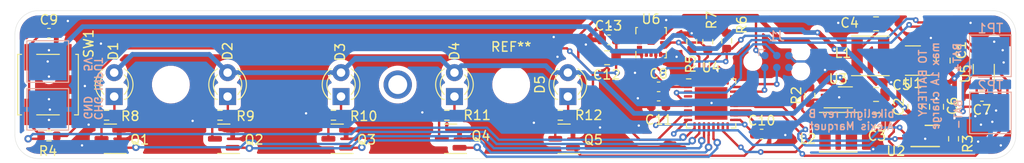
<source format=kicad_pcb>
(kicad_pcb (version 20211014) (generator pcbnew)
  (layers (0 "F.Cu" signal) (31 "B.Cu" signal) (34 "B.Paste" user) (35 "F.Paste" user) (36 "B.SilkS" user "B.Silkscreen") (37 "F.SilkS" user "F.Silkscreen") (38 "B.Mask" user) (39 "F.Mask" user) (44 "Edge.Cuts" user))
  (net 0 "")
  (net 1 "/VBAT")
  (net 2 "GND")
  (net 3 "/PM_CHG_5V_INPUT")
  (net 4 "+1V8")
  (net 5 "+5V")
  (net 7 "/TUBE_BTN")
  (net 8 "Net-(D1-Pad1)")
  (net 9 "Net-(D2-Pad1)")
  (net 10 "Net-(D3-Pad1)")
  (net 11 "Net-(D4-Pad1)")
  (net 12 "Net-(D5-Pad1)")
  (net 13 "/SWDIO")
  (net 14 "/nRST")
  (net 15 "/SWCLK")
  (net 17 "Net-(L1-Pad1)")
  (net 18 "Net-(L2-Pad2)")
  (net 19 "/D_EN0")
  (net 20 "Net-(Q1-Pad3)")
  (net 21 "/D_EN1")
  (net 22 "Net-(Q2-Pad3)")
  (net 23 "/D_EN2")
  (net 24 "Net-(Q3-Pad3)")
  (net 25 "/D_EN3")
  (net 26 "Net-(Q4-Pad3)")
  (net 27 "/D_EN4")
  (net 28 "Net-(Q5-Pad3)")
  (net 29 "/PM5V_EN")
  (net 30 "Net-(R3-Pad2)")
  (net 31 "Net-(R5-Pad2)")
  (net 32 "/I2C1_SCL")
  (net 33 "/I2C1_SDA")
  (net 34 "/PM_CHG_PRESENT")
  (net 35 "/PM_CHG_CHARGING")
  (net 41 "/ACC_INT1")
  (net 42 "/FUEL_INT")
  (footprint "Capacitor_SMD:C_0603_1608Metric" (layer "F.Cu") (at 68.1 8.0875 180)
    (fp_text reference "C8")
    (fp_text value "1uF")
  )
  (footprint "Package_DFN_QFN:DFN-8-1EP_3x2mm_P0.5mm_EP1.75x1.45mm" (layer "F.Cu") (at 96.3 13.3)
    (fp_text reference "U2")
    (fp_text value "MC34673")
  )
  (footprint "Capacitor_SMD:C_0805_2012Metric" (layer "F.Cu") (at 95.2 10.2 90)
    (fp_text reference "C2")
    (fp_text value "10uF")
  )
  (footprint "Capacitor_SMD:C_0603_1608Metric" (layer "F.Cu") (at 102.3 9.1 180)
    (fp_text reference "C7")
    (fp_text value "100nF")
  )
  (footprint "Package_TO_SOT_SMD:SOT-23" (layer "F.Cu") (at 58.1 13.6 180)
    (fp_text reference "Q5")
    (fp_text value "2N7002")
  )
  (footprint "Inductor_SMD:L_Taiyo-Yuden_NR-40xx" (layer "F.Cu") (at 87.1 12.9 180)
    (fp_text reference "L2")
    (fp_text value "4.7uH")
  )
  (footprint "Capacitor_SMD:C_0603_1608Metric" (layer "F.Cu") (at 68.1 10.0875 180)
    (fp_text reference "C11")
    (fp_text value "100nF")
  )
  (footprint "MountingHole:MountingHole_3mm" (layer "F.Cu") (at 52.5 7.85)
    (fp_text reference "REF**")
    (fp_text value "MountingHole_3mm")
  )
  (footprint "Button_Switch_SMD:SW_Push_1P1T_NO_CK_KSC6xxJ" (layer "F.Cu") (at 3.5 7.85 90)
    (fp_text reference "SW1")
    (fp_text value "SW_Push")
  )
  (footprint "Resistor_SMD:R_0603_1608Metric" (layer "F.Cu") (at 33.7 11.1)
    (fp_text reference "R10")
    (fp_text value "75")
  )
  (footprint "Package_TO_SOT_SMD:SOT-23" (layer "F.Cu") (at 46.1 13.6 180)
    (fp_text reference "Q4")
    (fp_text value "2N7002")
  )
  (footprint "Resistor_SMD:R_0603_1608Metric" (layer "F.Cu") (at 71.6 3.2875 -90)
    (fp_text reference "R5")
    (fp_text value "100K")
  )
  (footprint "Package_TO_SOT_SMD:SOT-23" (layer "F.Cu") (at 34.1 13.6 180)
    (fp_text reference "Q3")
    (fp_text value "2N7002")
  )
  (footprint "Capacitor_SMD:C_0603_1608Metric" (layer "F.Cu") (at 3.6 2.4)
    (fp_text reference "C9")
    (fp_text value "100nF")
  )
  (footprint "MountingHole:MountingHole_3mm" (layer "F.Cu") (at 16.5 7.85)
    (fp_text reference "REF**" hide)
    (fp_text value "MountingHole_3mm")
  )
  (footprint "Capacitor_SMD:C_0805_2012Metric" (layer "F.Cu") (at 98.2 5.3 90)
    (fp_text reference "C1")
    (fp_text value "10uF")
  )
  (footprint "Resistor_SMD:R_0603_1608Metric" (layer "F.Cu") (at 75.3 3.2 90)
    (fp_text reference "R6")
    (fp_text value "2K2")
  )
  (footprint "LED_THT:LED_D3.0mm_IRBlack" (layer "F.Cu") (at 34.5 9.12 90)
    (fp_text reference "D3")
    (fp_text value "IR204A")
  )
  (footprint "Capacitor_SMD:C_0805_2012Metric" (layer "F.Cu") (at 91.1 1.4 180)
    (fp_text reference "C4")
    (fp_text value "10uF")
  )
  (footprint "Resistor_SMD:R_0603_1608Metric" (layer "F.Cu") (at 99.3 13.6 90)
    (fp_text reference "R3")
    (fp_text value "3.9K")
  )
  (footprint "Capacitor_SMD:C_0603_1608Metric" (layer "F.Cu") (at 79 13.1)
    (fp_text reference "C10")
    (fp_text value "1uF")
  )
  (footprint "Package_TO_SOT_SMD:SOT-23" (layer "F.Cu") (at 10.1 13.6 180)
    (fp_text reference "Q1")
    (fp_text value "2N7002")
  )
  (footprint "Capacitor_SMD:C_0805_2012Metric" (layer "F.Cu") (at 91.1 8.9)
    (fp_text reference "C5")
    (fp_text value "10uF")
  )
  (footprint "LED_THT:LED_D3.0mm_IRBlack" (layer "F.Cu") (at 46.5 9.12 90)
    (fp_text reference "D4")
    (fp_text value "IR204A")
  )
  (footprint "MountingHole:MountingHole_2.2mm_M2_ISO14580_Pad" (layer "F.Cu") (at 40.5 7.85)
    (fp_text reference "REF**" hide)
    (fp_text value "MountingHole_2.2mm_M2_ISO14580_Pad")
  )
  (footprint "LED_THT:LED_D3.0mm_IRBlack" (layer "F.Cu") (at 58.5 9.12 90)
    (fp_text reference "D5")
    (fp_text value "IR204A")
  )
  (footprint "Resistor_SMD:R_0603_1608Metric" (layer "F.Cu") (at 9.7 11.1)
    (fp_text reference "R8")
    (fp_text value "75")
  )
  (footprint "Resistor_SMD:R_0603_1608Metric" (layer "F.Cu") (at 21.7 11.1)
    (fp_text reference "R9")
    (fp_text value "75")
  )
  (footprint "Package_DFN_QFN:WDFN-8-1EP_2x2mm_P0.5mm_EP0.8x1.2mm" (layer "F.Cu") (at 102.5 6.7 90)
    (fp_text reference "U5")
    (fp_text value "MAX17048G")
  )
  (footprint "Resistor_SMD:R_0603_1608Metric" (layer "F.Cu") (at 3.6 13.3)
    (fp_text reference "R4")
    (fp_text value "100K")
  )
  (footprint "Package_DFN_QFN:QFN-32-1EP_5x5mm_P0.5mm_EP3.45x3.45mm" (layer "F.Cu") (at 73.65 9.85)
    (fp_text reference "U4")
    (fp_text value "STM32L052K6Ux")
  )
  (footprint "Resistor_SMD:R_0603_1608Metric" (layer "F.Cu") (at 84.1 9 90)
    (fp_text reference "R2")
    (fp_text value "100K")
  )
  (footprint "Capacitor_SMD:C_0805_2012Metric" (layer "F.Cu") (at 91.2 11.6)
    (fp_text reference "C3")
    (fp_text value "10uF")
  )
  (footprint "Package_LGA:LGA-16_3x3mm_P0.5mm_LayoutBorder3x5y" (layer "F.Cu") (at 67.3 3.4 90)
    (fp_text reference "U6")
    (fp_text value "LIS3DH")
  )
  (footprint "LED_THT:LED_D3.0mm_IRBlack" (layer "F.Cu") (at 10.5 9.12 90)
    (fp_text reference "D1")
    (fp_text value "IR204A")
  )
  (footprint "Capacitor_SMD:C_0805_2012Metric" (layer "F.Cu") (at 97.5 10.2 90)
    (fp_text reference "C6")
    (fp_text value "2.2uF")
  )
  (footprint "Resistor_SMD:R_0603_1608Metric" (layer "F.Cu") (at 45.7 11.1)
    (fp_text reference "R11")
    (fp_text value "75")
  )
  (footprint "Package_TO_SOT_SMD:TSOT-23-5" (layer "F.Cu") (at 95 5.3 180)
    (fp_text reference "U1")
    (fp_text value "ADP2108AUJ-1.8")
  )
  (footprint "Resistor_SMD:R_0603_1608Metric" (layer "F.Cu") (at 73.3 3.3 90)
    (fp_text reference "R7")
    (fp_text value "2K2")
  )
  (footprint "Package_DFN_QFN:TDFN-8-1EP_3x2mm_P0.5mm_EP1.4x1.4mm" (layer "F.Cu") (at 87.1 9.2)
    (fp_text reference "U3")
    (fp_text value "DIO6605B")
  )
  (footprint "Resistor_SMD:R_0603_1608Metric" (layer "F.Cu") (at 57.7 11.1)
    (fp_text reference "R12")
    (fp_text value "75")
  )
  (footprint "Capacitor_SMD:C_0603_1608Metric" (layer "F.Cu") (at 62.85 3.1 180)
    (fp_text reference "C13")
    (fp_text value "100nF")
  )
  (footprint "Package_TO_SOT_SMD:SOT-23" (layer "F.Cu") (at 22.1 13.6 180)
    (fp_text reference "Q2")
    (fp_text value "2N7002")
  )
  (footprint "Inductor_SMD:L_Taiyo-Yuden_NR-40xx" (layer "F.Cu") (at 90.5 4.8 180)
    (fp_text reference "L1")
    (fp_text value "4.7uH")
  )
  (footprint "Capacitor_SMD:C_0805_2012Metric" (layer "F.Cu") (at 62.65 5 180)
    (fp_text reference "C12")
    (fp_text value "10uF")
  )
  (footprint "LED_THT:LED_D3.0mm_IRBlack" (layer "F.Cu") (at 22.5 9.12 90)
    (fp_text reference "D2")
    (fp_text value "IR204A")
  )
  (footprint "TestPoint:TestPoint_Pad_4.0x4.0mm" (layer "B.Cu") (at 3.469106 10.478936 90)
    (fp_text reference "TP4" hide)
    (fp_text value "TestPoint")
  )
  (footprint "TestPoint:TestPoint_Pad_4.0x4.0mm" (layer "B.Cu") (at 3.469106 5.398936 -90)
    (fp_text reference "TP3" hide)
    (fp_text value "TestPoint")
  )
  (footprint "Connector:Tag-Connect_TC2030-IDC-NL_2x03_P1.27mm_Vertical" (layer "B.Cu") (at 80.6 5.4)
    (fp_text reference "J1")
    (fp_text value "tag-connect-swd")
  )
  (footprint "TestPoint:TestPoint_Pad_4.0x4.0mm" (layer "B.Cu") (at 103.2 10.85 180)
    (fp_text reference "TP2")
    (fp_text value "TestPoint")
  )
  (footprint "TestPoint:TestPoint_Pad_4.0x4.0mm" (layer "B.Cu") (at 103.2 4.8 180)
    (fp_text reference "TP1")
    (fp_text value "TestPoint")
  )
  (gr_line (start 0 13.2) (end 0 2.5) (layer "Edge.Cuts") (width 0.0381))
  (gr_line (start 105.9 2.5) (end 105.9 13.2) (layer "Edge.Cuts") (width 0.0381))
  (gr_arc (start 0 2.5) (mid 0.732233 0.732233) (end 2.5 0) (layer "Edge.Cuts") (width 0.0381))
  (gr_line (start 103.4 15.7) (end 2.5 15.7) (layer "Edge.Cuts") (width 0.0381))
  (gr_arc (start 103.4 0) (mid 105.167767 0.732233) (end 105.9 2.5) (layer "Edge.Cuts") (width 0.0381))
  (gr_arc (start 2.5 15.7) (mid 0.732233 14.967767) (end 0 13.2) (layer "Edge.Cuts") (width 0.0381))
  (gr_line (start 2.5 0) (end 103.4 0) (layer "Edge.Cuts") (width 0.0381))
  (gr_arc (start 105.9 13.2) (mid 105.167767 14.967767) (end 103.4 15.7) (layer "Edge.Cuts") (width 0.0381))
  (gr_text "5V" (at 7.7 5.7 270) (layer "B.SilkS") (effects (font (size 0.8128 0.8128) (thickness 0.1524)) (justify mirror)))
  (gr_text "GND" (at 7.7 10.3 270) (layer "B.SilkS") (effects (font (size 0.8128 0.8128) (thickness 0.1524)) (justify mirror)))
  (gr_text "bikelight rev B\nAlexis Marquet" (at 88.5 11.6) (layer "B.SilkS") (effects (font (size 0.8128 0.8128) (thickness 0.1524)) (justify mirror)))
  (gr_text "BAT-\n" (at 99.8 11 90) (layer "B.SilkS") (effects (font (size 0.8128 0.8128) (thickness 0.1524)) (justify mirror)))
  (gr_text "BAT+" (at 99.7 5 90) (layer "B.SilkS") (effects (font (size 0.8128 0.8128) (thickness 0.1524)) (justify mirror)))
  (gr_text "TO BATTERY \nmax 1A charge" (at 96.7 8 90) (layer "B.SilkS") (effects (font (size 0.8128 0.8128) (thickness 0.1524)) (justify mirror)))
  (gr_text "CHG INPUT\n" (at 8.8 8.3 270) (layer "B.SilkS") (effects (font (size 0.8128 0.8128) (thickness 0.1524)) (justify mirror)))
  (segment (start 95.15 4.953249) (end 95.15 5.75) (width 0.25) (layer "F.Cu") (net 1))
  (segment (start 99.4 7.2) (end 99.3 7.2) (width 0.5) (layer "F.Cu") (net 1))
  (segment (start 91.4 10.3) (end 90.25 11.45) (width 0.5) (layer "F.Cu") (net 1))
  (segment (start 100.3 10.4) (end 100.5 10.2) (width 0.25) (layer "F.Cu") (net 1))
  (segment (start 100.5 10.2) (end 101.975 10.2) (width 0.25) (layer "F.Cu") (net 1))
  (segment (start 99.3 7.2) (end 98.9 7.6) (width 0.5) (layer "F.Cu") (net 1))
  (segment (start 95.753249 4.35) (end 95.15 4.953249) (width 0.25) (layer "F.Cu") (net 1))
  (segment (start 93.5 8.4) (end 93.5 9.6) (width 0.5) (layer "F.Cu") (net 1))
  (segment (start 89.8 11.6) (end 88.5 12.9) (width 0.25) (layer "F.Cu") (net 1))
  (segment (start 93.5 9.6) (end 92.8 10.3) (width 0.5) (layer "F.Cu") (net 1))
  (segment (start 88.5 12.9) (end 88.5 10.0125) (width 0.25) (layer "F.Cu") (net 1))
  (segment (start 102.75 7.7) (end 102.75 8.775) (width 0.25) (layer "F.Cu") (net 1))
  (segment (start 100.3 10.7) (end 100.3 10.4) (width 0.25) (layer "F.Cu") (net 1))
  (segment (start 97.5 11.15) (end 98.05 11.15) (width 0.5) (layer "F.Cu") (net 1))
  (segment (start 98.05 11.15) (end 99.4 9.8) (width 0.5) (layer "F.Cu") (net 1))
  (segment (start 97.75 12.55) (end 97.75 11.4) (width 0.25) (layer "F.Cu") (net 1))
  (segment (start 94.3 7.6) (end 93.5 8.4) (width 0.5) (layer "F.Cu") (net 1))
  (segment (start 101.975 10.2) (end 103.075 9.1) (width 0.25) (layer "F.Cu") (net 1))
  (segment (start 99.4 9.8) (end 99.4 7.2) (width 0.5) (layer "F.Cu") (net 1))
  (segment (start 102.25 7.7) (end 102.75 7.7) (width 0.25) (layer "F.Cu") (net 1))
  (segment (start 95.55 6.25) (end 96.1375 6.25) (width 0.25) (layer "F.Cu") (net 1))
  (segment (start 102.75 8.775) (end 103.075 9.1) (width 0.25) (layer "F.Cu") (net 1))
  (segment (start 95.15 5.75) (end 95.65 6.25) (width 0.25) (layer "F.Cu") (net 1))
  (segment (start 92.8 10.3) (end 91.4 10.3) (width 0.5) (layer "F.Cu") (net 1))
  (segment (start 88.5 10.0125) (end 88.5625 9.95) (width 0.25) (layer "F.Cu") (net 1))
  (segment (start 98.9 7.6) (end 94.3 7.6) (width 0.5) (layer "F.Cu") (net 1))
  (segment (start 99.4 7) (end 98.65 6.25) (width 0.5) (layer "F.Cu") (net 1))
  (segment (start 99.4 7.2) (end 99.4 7) (width 0.5) (layer "F.Cu") (net 1))
  (segment (start 98.2 6.25) (end 96.1375 6.25) (width 0.25) (layer "F.Cu") (net 1))
  (segment (start 90.25 11.6) (end 89.8 11.6) (width 0.25) (layer "F.Cu") (net 1))
  (via (at 100.3 10.7) (size 0.6) (drill 0.25) (layers "F.Cu" "B.Cu") (net 1))
  (via (at 104.5 4.2) (size 0.6) (drill 0.25) (layers "F.Cu" "B.Cu") (net 1))
  (via (at 99.4 7.2) (size 0.6) (drill 0.25) (layers "F.Cu" "B.Cu") (net 1))
  (via (at 104.6 5.5) (size 0.6) (drill 0.25) (layers "F.Cu" "B.Cu") (net 1))
  (via (at 103.6 3.3) (size 0.6) (drill 0.25) (layers "F.Cu" "B.Cu") (net 1))
  (segment (start 101.8 4.8) (end 99.4 7.2) (width 0.5) (layer "B.Cu") (net 1))
  (segment (start 100.3 10.7) (end 100.3 7.7) (width 0.25) (layer "B.Cu") (net 1))
  (segment (start 100.3 7.7) (end 103.2 4.8) (width 0.25) (layer "B.Cu") (net 1))
  (segment (start 66.8 1.816637) (end 66.235363 1.252) (width 0.25) (layer "F.Cu") (net 2))
  (segment (start 103.25 7.7) (end 103.25 6.95) (width 0.25) (layer "F.Cu") (net 2))
  (segment (start 96.1375 5.3) (end 97.25 5.3) (width 0.5) (layer "F.Cu") (net 2))
  (segment (start 85.6375 9.45) (end 84.475 9.45) (width 0.25) (layer "F.Cu") (net 2))
  (segment (start 104.1 8.3) (end 104.1 10.3) (width 0.25) (layer "F.Cu") (net 2))
  (segment (start 102.75 2.95) (end 101.1 1.3) (width 0.25) (layer "F.Cu") (net 2))
  (segment (start 85.6375 8.95) (end 85.6375 9.45) (width 0.25) (layer "F.Cu") (net 2))
  (segment (start 102.75 5.7) (end 102.75 6.45) (width 0.25) (layer "F.Cu") (net 2))
  (segment (start 101.75 7.7) (end 101.75 8.875) (width 0.25) (layer "F.Cu") (net 2))
  (segment (start 84.475 9.45) (end 84.1 9.825) (width 0.25) (layer "F.Cu") (net 2))
  (segment (start 102.75 5.7) (end 102.75 2.95) (width 0.25) (layer "F.Cu") (net 2))
  (segment (start 97.75 14.05) (end 96.75 14.05) (width 0.25) (layer "F.Cu") (net 2))
  (segment (start 104.1 10.3) (end 103.8 10.6) (width 0.25) (layer "F.Cu") (net 2))
  (segment (start 85.6375 8.95) (end 86.95 8.95) (width 0.25) (layer "F.Cu") (net 2))
  (segment (start 96.75 14.05) (end 96.3 13.6) (width 0.25) (layer "F.Cu") (net 2))
  (segment (start 68.9 1) (end 68.616637 1) (width 0.25) (layer "F.Cu") (net 2))
  (segment (start 103.25 6.95) (end 103.1 6.8) (width 0.25) (layer "F.Cu") (net 2))
  (segment (start 92.15 12.15) (end 90.8 13.5) (width 0.25) (layer "F.Cu") (net 2))
  (segment (start 103.25 7.7) (end 103.5 7.7) (width 0.25) (layer "F.Cu") (net 2))
  (segment (start 68.616637 1) (end 67.8 1.816637) (width 0.25) (layer "F.Cu") (net 2))
  (segment (start 90.8 13.5) (end 90.8 14.7) (width 0.25) (layer "F.Cu") (net 2))
  (segment (start 65.448 1.252) (end 65 1.7) (width 0.25) (layer "F.Cu") (net 2))
  (segment (start 97.25 5.3) (end 98.2 4.35) (width 0.5) (layer "F.Cu") (net 2))
  (segment (start 66.235363 1.252) (end 65.448 1.252) (width 0.25) (layer "F.Cu") (net 2))
  (segment (start 69.725 4.625) (end 70 4.9) (width 0.25) (layer "F.Cu") (net 2))
  (segment (start 68.3 4.625) (end 69.725 4.625) (width 0.25) (layer "F.Cu") (net 2))
  (segment (start 103.5 7.7) (end 104.1 8.3) (width 0.25) (layer "F.Cu") (net 2))
  (segment (start 67.8 1.816637) (end 67.8 2.175) (width 0.25) (layer "F.Cu") (net 2))
  (segment (start 66.8 2.175) (end 66.8 1.816637) (width 0.25) (layer "F.Cu") (net 2))
  (via (at 57 2.8) (size 0.6) (drill 0.25) (layers "F.Cu" "B.Cu") (net 2))
  (via (at 101.1 1.3) (size 0.6) (drill 0.25) (layers "F.Cu" "B.Cu") (net 2))
  (via (at 5.6 1.1) (size 0.6) (drill 0.25) (layers "F.Cu" "B.Cu") (net 2))
  (via (at 90.8 14.7) (size 0.6) (drill 0.25) (layers "F.Cu" "B.Cu") (net 2))
  (via (at 30.8 10.9) (size 0.6) (drill 0.25) (layers "F.Cu" "B.Cu") (net 2))
  (via (at 104.3 14.3) (size 0.6) (drill 0.25) (layers "F.Cu" "B.Cu") (net 2))
  (via (at 99.4 11.4) (size 0.6) (drill 0.25) (layers "F.Cu" "B.Cu") (net 2))
  (via (at 70 4.9) (size 0.6) (drill 0.25) (layers "F.Cu" "B.Cu") (net 2))
  (via (at 102.2 12.1) (size 0.6) (drill 0.25) (layers "F.Cu" "B.Cu") (net 2))
  (via (at 43.1 10.8) (size 0.6) (drill 0.25) (layers "F.Cu" "B.Cu") (net 2))
  (via (at 61.9 12.4) (size 0.6) (drill 0.25) (layers "F.Cu" "B.Cu") (net 2))
  (via (at 96.9 2.9) (size 0.6) (drill 0.25) (layers "F.Cu" "B.Cu") (net 2))
  (via (at 81.5 13.2) (size 0.6) (drill 0.25) (layers "F.Cu" "B.Cu") (net 2))
  (via (at 65.9 9.3) (size 0.6) (drill 0.25) (layers "F.Cu" "B.Cu") (net 2))
  (via (at 87.2 9.2) (size 0.6) (drill 0.25) (layers "F.Cu" "B.Cu") (net 2))
  (via (at 96.3 13.6) (size 0.6) (drill 0.25) (layers "F.Cu" "B.Cu") (net 2))
  (via (at 65.6 6.6) (size 0.6) (drill 0.25) (layers "F.Cu" "B.Cu") (net 2))
  (via (at 3.6 11.6) (size 0.6) (drill 0.25) (layers "F.Cu" "B.Cu") (net 2))
  (via (at 7.8 12.1) (size 0.6) (drill 0.25) (layers "F.Cu" "B.Cu") (net 2))
  (via (at 74.3 6.3) (size 0.6) (drill 0.25) (layers "F.Cu" "B.Cu") (net 2))
  (via (at 87.1 1.3) (size 0.6) (drill 0.25) (layers "F.Cu" "B.Cu") (net 2))
  (via (at 3.6 9.4) (size 0.6) (drill 0.25) (layers "F.Cu" "B.Cu") (net 2))
  (via (at 9.1 3.5) (size 0.6) (drill 0.25) (layers "F.Cu" "B.Cu") (net 2))
  (via (at 7.1 14.3) (size 0.6) (drill 0.25) (layers "F.Cu" "B.Cu") (net 2))
  (via (at 73.7 9.8) (size 0.6) (drill 0.25) (layers "F.Cu" "B.Cu") (net 2))
  (via (at 60.4 3.6) (size 0.6) (drill 0.25) (layers "F.Cu" "B.Cu") (net 2))
  (via (at 3.7 10.5) (size 0.6) (drill 0.25) (layers "F.Cu" "B.Cu") (net 2))
  (via (at 71.6 2.4) (size 0.6) (drill 0.25) (layers "F.Cu" "B.Cu") (net 2))
  (via (at 66 12.2) (size 0.6) (drill 0.25) (layers "F.Cu" "B.Cu") (net 2))
  (via (at 63 1.7) (size 0.6) (drill 0.25) (layers "F.Cu" "B.Cu") (net 2))
  (via (at 101.9 13.9) (size 0.6) (drill 0.25) (layers "F.Cu" "B.Cu") (net 2))
  (via (at 103.8 10.6) (size 0.6) (drill 0.25) (layers "F.Cu" "B.Cu") (net 2))
  (via (at 18.8 11.7) (size 0.6) (drill 0.25) (layers "F.Cu" "B.Cu") (net 2))
  (via (at 57.4 4.9) (size 0.6) (drill 0.25) (layers "F.Cu" "B.Cu") (net 2))
  (via (at 54.9 11.9) (size 0.6) (drill 0.25) (layers "F.Cu" "B.Cu") (net 2))
  (via (at 102.8 10.9) (size 0.6) (drill 0.25) (layers "F.Cu" "B.Cu") (net 2))
  (via (at 85.7 6.3) (size 0.6) (drill 0.25) (layers "F.Cu" "B.Cu") (net 2))
  (via (at 99.9 4.7) (size 0.6) (drill 0.25) (layers "F.Cu" "B.Cu") (net 2))
  (via (at 7.4 8) (size 0.6) (drill 0.25) (layers "F.Cu" "B.Cu") (net 2))
  (via (at 68.9 1) (size 0.6) (drill 0.25) (layers "F.Cu" "B.Cu") (net 2))
  (via (at 103.4 11.8) (size 0.6) (drill 0.25) (layers "F.Cu" "B.Cu") (net 2))
  (via (at 97.5 9.3) (size 0.6) (drill 0.25) (layers "F.Cu" "B.Cu") (net 2))
  (via (at 92.7 7.6) (size 0.6) (drill 0.25) (layers "F.Cu" "B.Cu") (net 2))
  (via (at 101.6 11.2) (size 0.6) (drill 0.25) (layers "F.Cu" "B.Cu") (net 2))
  (segment (start 82.497791 5.392791) (end 84.792791 5.392791) (width 0.25) (layer "B.Cu") (net 2))
  (segment (start 99.4 11.4) (end 101.4 11.4) (width 0.25) (layer "B.Cu") (net 2))
  (segment (start 84.792791 5.392791) (end 85.7 6.3) (width 0.25) (layer "B.Cu") (net 2))
  (segment (start 81.87 4.765) (end 82.497791 5.392791) (width 0.25) (layer "B.Cu") (net 2))
  (segment (start 92.477667 13.874888) (end 92.477667 13.35712) (width 0.25) (layer "F.Cu") (net 3))
  (segment (start 93.966116 11.15) (end 95.2 11.15) (width 0.25) (layer "F.Cu") (net 3))
  (segment (start 93.378279 14.7755) (end 92.477667 13.874888) (width 0.25) (layer "F.Cu") (net 3))
  (segment (start 85.0255 2.3255) (end 86.7 4) (width 0.5) (layer "F.Cu") (net 3))
  (segment (start 86.7 4) (end 86.7 4.1) (width 0.5) (layer "F.Cu") (net 3))
  (segment (start 92.477667 13.35712) (end 92.975 12.859787) (width 0.25) (layer "F.Cu") (net 3))
  (segment (start 94.1245 14.7755) (end 93.378279 14.7755) (width 0.25) (layer "F.Cu") (net 3))
  (segment (start 92.975 12.141116) (end 93.966116 11.15) (width 0.25) (layer "F.Cu") (net 3))
  (segment (start 94.1 10.3) (end 94.95 11.15) (width 0.5) (layer "F.Cu") (net 3))
  (segment (start 84.9 2.3255) (end 85.0255 2.3255) (width 0.5) (layer "F.Cu") (net 3))
  (segment (start 92.975 12.859787) (end 92.975 12.141116) (width 0.25) (layer "F.Cu") (net 3))
  (segment (start 94.85 14.05) (end 94.1245 14.7755) (width 0.25) (layer "F.Cu") (net 3))
  (segment (start 94.85 12.55) (end 94.85 11.5) (width 0.25) (layer "F.Cu") (net 3))
  (via (at 3.6 7) (size 0.6) (drill 0.25) (layers "F.Cu" "B.Cu") (net 3))
  (via (at 94.1 10.3) (size 0.6) (drill 0.25) (layers "F.Cu" "B.Cu") (net 3))
  (via (at 84.9 2.3255) (size 0.6) (drill 0.25) (layers "F.Cu" "B.Cu") (net 3))
  (via (at 3.469106 5.398936) (size 0.6) (drill 0.25) (layers "F.Cu" "B.Cu") (net 3))
  (via (at 86.7 4.1) (size 0.6) (drill 0.25) (layers "F.Cu" "B.Cu") (net 3))
  (via (at 3.6 4.2) (size 0.6) (drill 0.25) (layers "F.Cu" "B.Cu") (net 3))
  (segment (start 68 4.3) (end 63.2 4.3) (width 0.5) (layer "B.Cu") (net 3))
  (segment (start 83.275 2.025) (end 77.061828 2.025) (width 0.5) (layer "B.Cu") (net 3))
  (segment (start 76.886828 2.2) (end 76.039339 2.2) (width 0.5) (layer "B.Cu") (net 3))
  (segment (start 94.1 10.3) (end 87.9 4.1) (width 0.5) (layer "B.Cu") (net 3))
  (segment (start 70.5375 2.6375) (end 69.6625 2.6375) (width 0.5) (layer "B.Cu") (net 3))
  (segment (start 69.65 2.65) (end 68 4.3) (width 0.5) (layer "B.Cu") (net 3))
  (segment (start 83.5755 2.3255) (end 83.275 2.025) (width 0.5) (layer "B.Cu") (net 3))
  (segment (start 63.2 4.3) (end 60.6 1.7) (width 0.5) (layer "B.Cu") (net 3))
  (segment (start 7.168042 1.7) (end 3.469106 5.398936) (width 0.5) (layer "B.Cu") (net 3))
  (segment (start 74.214338 4.025) (end 76.039339 2.2) (width 0.5) (layer "B.Cu") (net 3))
  (segment (start 71.925 4.025) (end 74.214338 4.025) (width 0.5) (layer "B.Cu") (net 3))
  (segment (start 60.6 1.7) (end 7.168042 1.7) (width 0.5) (layer "B.Cu") (net 3))
  (segment (start 69.6625 2.6375) (end 69.65 2.65) (width 0.5) (layer "B.Cu") (net 3))
  (segment (start 87.9 4.1) (end 86.7 4.1) (width 0.5) (layer "B.Cu") (net 3))
  (segment (start 71.925 4.025) (end 70.5375 2.6375) (width 0.5) (layer "B.Cu") (net 3))
  (segment (start 77.061828 2.025) (end 76.886828 2.2) (width 0.5) (layer "B.Cu") (net 3))
  (segment (start 84.9 2.3255) (end 83.5755 2.3255) (width 0.5) (layer "B.Cu") (net 3))
  (segment (start 68.166637 2.9) (end 68.525 2.9) (width 0.25) (layer "F.Cu") (net 4))
  (segment (start 81.15 3.25) (end 78.5 0.6) (width 0.5) (layer "F.Cu") (net 4))
  (segment (start 75.3 2.375) (end 75.3 0.6505) (width 0.25) (layer "F.Cu") (net 4))
  (segment (start 71.2 8.0875) (end 71.2125 8.1) (width 0.25) (layer "F.Cu") (net 4))
  (segment (start 66.075 2.9) (end 66.433363 2.9) (width 0.25) (layer "F.Cu") (net 4))
  (segment (start 63.6 6.5) (end 63.7 6.6) (width 0.25) (layer "F.Cu") (net 4))
  (segment (start 68.875 10.0875) (end 71.2 10.0875) (width 0.25) (layer "F.Cu") (net 4))
  (segment (start 68.875 11.1005) (end 68.875 10.0875) (width 0.25) (layer "F.Cu") (net 4))
  (segment (start 78.5 0.6) (end 70.8 0.6) (width 0.5) (layer "F.Cu") (net 4))
  (segment (start 66.433363 2.9) (end 67.033363 3.5) (width 0.25) (layer "F.Cu") (net 4))
  (segment (start 63.827 2.898) (end 66.075 2.898) (width 0.254) (layer "F.Cu") (net 4))
  (segment (start 66.3 5.383884) (end 68.875 7.958884) (width 0.25) (layer "F.Cu") (net 4))
  (segment (start 83.85 3.25) (end 85.45 4.85) (width 0.5) (layer "F.Cu") (net 4))
  (segment (start 4.425 13.3) (end 5.5 13.3) (width 0.25) (layer "F.Cu") (net 4))
  (segment (start 63.625 3.1) (end 63.625 4.975) (width 0.25) (layer "F.Cu") (net 4))
  (segment (start 11.347588 4) (end 58.4 4) (width 0.25) (layer "F.Cu") (net 4))
  (segment (start 67.8 12.1755) (end 68.875 11.1005) (width 0.25) (layer "F.Cu") (net 4))
  (segment (start 75.3 2.375) (end 73.4 2.375) (width 0.25) (layer "F.Cu") (net 4))
  (segment (start 78.225 13.1) (end 77.2125 12.0875) (width 0.25) (layer "F.Cu") (net 4))
  (segment (start 58.4 4) (end 58.7 4.3) (width 0.25) (layer "F.Cu") (net 4))
  (segment (start 83.85 3.25) (end 81.15 3.25) (width 0.5) (layer "F.Cu") (net 4))
  (segment (start 67.033363 3.5) (end 67.566637 3.5) (width 0.25) (layer "F.Cu") (net 4))
  (segment (start 68.875 8.0875) (end 68.875 10.0875) (width 0.25) (layer "F.Cu") (net 4))
  (segment (start 89.05 4.85) (end 85.45 4.85) (width 0.5) (layer "F.Cu") (net 4))
  (segment (start 93.8625 4.35) (end 93.8625 3.2125) (width 0.25) (layer "F.Cu") (net 4))
  (segment (start 63.6 5) (end 63.6 6.5) (width 0.25) (layer "F.Cu") (net 4))
  (segment (start 77.2125 12.0875) (end 76.725 11.6) (width 0.25) (layer "F.Cu") (net 4))
  (segment (start 68.525 2.875) (end 69.9 1.5) (width 0.254) (layer "F.Cu") (net 4))
  (segment (start 63.975 4.625) (end 66.298 4.625) (width 0.254) (layer "F.Cu") (net 4))
  (segment (start 76.725 11.6) (end 76.0875 11.6) (width 0.25) (layer "F.Cu") (net 4))
  (segment (start 70.8 0.6) (end 69.9 1.5) (width 0.5) (layer "F.Cu") (net 4))
  (segment (start 66.3 4.625) (end 66.3 5.383884) (width 0.25) (layer "F.Cu") (net 4))
  (segment (start 8.2 10.6) (end 8.2 7.147588) (width 0.25) (layer "F.Cu") (net 4))
  (segment (start 78.4 4.2) (end 78.4 0.7) (width 0.25) (layer "F.Cu") (net 4))
  (segment (start 78.4495 0.6505) (end 76.8505 0.6505) (width 0.25) (layer "F.Cu") (net 4))
  (segment (start 71.2 10.0875) (end 71.2125 10.1) (width 0.25) (layer "F.Cu") (net 4))
  (segment (start 68.875 8.0875) (end 71.2 8.0875) (width 0.25) (layer "F.Cu") (net 4))
  (segment (start 78.4 0.7) (end 78.4495 0.6505) (width 0.25) (layer "F.Cu") (net 4))
  (segment (start 5.5 13.3) (end 8.2 10.6) (width 0.25) (layer "F.Cu") (net 4))
  (segment (start 89.1 4.8) (end 85.7 4.8) (width 0.25) (layer "F.Cu") (net 4))
  (segment (start 8.2 7.147588) (end 11.347588 4) (width 0.25) (layer "F.Cu") (net 4))
  (segment (start 73.3 0.6) (end 73.3 2.475) (width 0.254) (layer "F.Cu") (net 4))
  (segment (start 67.566637 3.5) (end 68.166637 2.9) (width 0.25) (layer "F.Cu") (net 4))
  (segment (start 92.05 1.4) (end 93.8625 3.2125) (width 0.25) (layer "F.Cu") (net 4))
  (segment (start 92.05 1.45) (end 89.1 4.4) (width 0.25) (layer "F.Cu") (net 4))
  (segment (start 75.3 0.6505) (end 76.8505 0.6505) (width 0.25) (layer "F.Cu") (net 4))
  (via (at 77.2125 12.0875) (size 0.6) (drill 0.25) (layers "F.Cu" "B.Cu") (net 4))
  (via (at 78.4 4.2) (size 0.6) (drill 0.25) (layers "F.Cu" "B.Cu") (net 4))
  (via (at 67.8 12.1755) (size 0.6) (drill 0.25) (layers "F.Cu" "B.Cu") (net 4))
  (via (at 58.7 4.3) (size 0.6) (drill 0.25) (layers "F.Cu" "B.Cu") (net 4))
  (via (at 63.7 6.6) (size 0.6) (drill 0.25) (layers "F.Cu" "B.Cu") (net 4))
  (segment (start 67.888 12.0875) (end 67.8 12.1755) (width 0.25) (layer "B.Cu") (net 4))
  (segment (start 58.7 4.3) (end 61 6.6) (width 0.25) (layer "B.Cu") (net 4))
  (segment (start 78.965 4.765) (end 78.4 4.2) (width 0.25) (layer "B.Cu") (net 4))
  (segment (start 61 6.6) (end 63.7 6.6) (width 0.25) (layer "B.Cu") (net 4))
  (segment (start 77.2125 12.0875) (end 67.888 12.0875) (width 0.25) (layer "B.Cu") (net 4))
  (segment (start 79.33 4.765) (end 78.965 4.765) (width 0.25) (layer "B.Cu") (net 4))
  (segment (start 90.15 8.15) (end 90.15 8.9) (width 0.5) (layer "F.Cu") (net 5))
  (segment (start 87.8 7.6) (end 89.6 7.6) (width 0.5) (layer "F.Cu") (net 5))
  (segment (start 87.3 7.1) (end 87.8 7.6) (width 0.5) (layer "F.Cu") (net 5))
  (segment (start 89.6 7.6) (end 90.15 8.15) (width 0.5) (layer "F.Cu") (net 5))
  (segment (start 88.5625 8.95) (end 90.1 8.95) (width 0.25) (layer "F.Cu") (net 5))
  (via (at 87.3 7.1) (size 0.6) (drill 0.25) (layers "F.Cu" "B.Cu") (net 5))
  (segment (start 60.761828 7.175) (end 61.775 7.175) (width 0.5) (layer "B.Cu") (net 5))
  (segment (start 10.5 6.58) (end 12.437062 4.642938) (width 0.508) (layer "B.Cu") (net 5))
  (segment (start 12.437062 4.642938) (end 20.562938 4.642938) (width 0.508) (layer "B.Cu") (net 5))
  (segment (start 34.5 6.58) (end 36.016524 5.063476) (width 0.508) (layer "B.Cu") (net 5))
  (segment (start 82.4 10.9) (end 86.2 7.1) (width 0.5) (layer "B.Cu") (net 5))
  (segment (start 46.5 6.58) (end 47.234001 5.845999) (width 0.508) (layer "B.Cu") (net 5))
  (segment (start 47.234001 5.845999) (end 56.164169 5.845999) (width 0.508) (layer "B.Cu") (net 5))
  (segment (start 34.5 6.58) (end 35.780657 5.299343) (width 0.25) (layer "B.Cu") (net 5))
  (segment (start 61.775 7.175) (end 65.5 10.9) (width 0.5) (layer "B.Cu") (net 5))
  (segment (start 86.2 7.1) (end 87.3 7.1) (width 0.5) (layer "B.Cu") (net 5))
  (segment (start 46.5 6.58) (end 47.105001 5.974999) (width 0.25) (layer "B.Cu") (net 5))
  (segment (start 45.219343 5.299343) (end 46.5 6.58) (width 0.25) (layer "B.Cu") (net 5))
  (segment (start 60.166828 6.58) (end 60.761828 7.175) (width 0.5) (layer "B.Cu") (net 5))
  (segment (start 35.780657 5.299343) (end 45.219343 5.299343) (width 0.25) (layer "B.Cu") (net 5))
  (segment (start 65.5 10.9) (end 82.4 10.9) (width 0.5) (layer "B.Cu") (net 5))
  (segment (start 56.164169 5.845999) (end 56.89817 6.58) (width 0.508) (layer "B.Cu") (net 5))
  (segment (start 56.89817 6.58) (end 58.5 6.58) (width 0.508) (layer "B.Cu") (net 5))
  (segment (start 58.5 6.58) (end 60.166828 6.58) (width 0.5) (layer "B.Cu") (net 5))
  (segment (start 36.016524 5.063476) (end 44.983476 5.063476) (width 0.508) (layer "B.Cu") (net 5))
  (segment (start 20.562938 4.642938) (end 22.5 6.58) (width 0.508) (layer "B.Cu") (net 5))
  (segment (start 22.5 6.58) (end 34.5 6.58) (width 0.508) (layer "B.Cu") (net 5))
  (segment (start 44.983476 5.063476) (end 46.5 6.58) (width 0.508) (layer "B.Cu") (net 5))
  (segment (start 1.5 3.725) (end 2.825 2.4) (width 0.25) (layer "F.Cu") (net 7))
  (segment (start 70.685558 13.485558) (end 70.685558 13.4255) (width 0.25) (layer "F.Cu") (net 7))
  (segment (start 1.4 13.6) (end 2.475 13.6) (width 0.25) (layer "F.Cu") (net 7))
  (segment (start 1.5 10.75) (end 1.5 4.95) (width 0.25) (layer "F.Cu") (net 7))
  (segment (start 1.5 12.025) (end 2.775 13.3) (width 0.25) (layer "F.Cu") (net 7))
  (segment (start 2.475 13.6) (end 2.775 13.3) (width 0.25) (layer "F.Cu") (net 7))
  (segment (start 70.8 13.6) (end 70.685558 13.485558) (width 0.25) (layer "F.Cu") (net 7))
  (segment (start 71.9 12.5) (end 70.8 13.6) (width 0.25) (layer "F.Cu") (net 7))
  (via (at 70.685558 13.4255) (size 0.8) (drill 0.4) (layers "F.Cu" "B.Cu") (net 7))
  (via (at 1.4 13.6) (size 0.8) (drill 0.4) (layers "F.Cu" "B.Cu") (net 7))
  (segment (start 51.2 13.7) (end 50 12.5) (width 0.25) (layer "B.Cu") (net 7))
  (segment (start 49.925 12.425) (end 36.275 12.425) (width 0.25) (layer "B.Cu") (net 7))
  (segment (start 51.2 13.7) (end 70.411058 13.7) (width 0.25) (layer "B.Cu") (net 7))
  (segment (start 50 12.5) (end 49.925 12.425) (width 0.25) (layer "B.Cu") (net 7))
  (segment (start 70.685558 13.4255) (end 70.411058 13.7) (width 0.25) (layer "B.Cu") (net 7))
  (segment (start 1.9 13.1) (end 35.6 13.1) (width 0.25) (layer "B.Cu") (net 7))
  (segment (start 35.6 13.1) (end 36.275 12.425) (width 0.25) (layer "B.Cu") (net 7))
  (segment (start 1.9 13.1) (end 1.4 13.6) (width 0.25) (layer "B.Cu") (net 7))
  (segment (start 10.525 11.1) (end 10.525 9.145) (width 0.25) (layer "F.Cu") (net 8))
  (segment (start 22.525 11.1) (end 22.525 9.145) (width 0.25) (layer "F.Cu") (net 9))
  (segment (start 34.5 9.12) (end 34.5 11.075) (width 0.25) (layer "F.Cu") (net 10))
  (segment (start 46.5 11.075) (end 46.525 11.1) (width 0.25) (layer "F.Cu") (net 11))
  (segment (start 46.5 9.12) (end 46.5 11.075) (width 0.25) (layer "F.Cu") (net 11))
  (segment (start 58.525 11.1) (end 58.525 9.145) (width 0.25) (layer "F.Cu") (net 12))
  (segment (start 79.1245 8.6) (end 76.0875 8.6) (width 0.25) (layer "F.Cu") (net 13))
  (segment (start 79.3 8.4245) (end 79.1245 8.6) (width 0.25) (layer "F.Cu") (net 13))
  (via (at 79.3 8.4245) (size 0.6) (drill 0.25) (layers "F.Cu" "B.Cu") (net 13))
  (segment (start 79.33 8.3945) (end 79.33 6.035) (width 0.25) (layer "B.Cu") (net 13))
  (segment (start 79.3 8.4245) (end 79.33 8.3945) (width 0.25) (layer "B.Cu") (net 13))
  (segment (start 70.726992 9.6) (end 71.2125 9.6) (width 0.25) (layer "F.Cu") (net 14))
  (segment (start 70 8.873008) (end 70.726992 9.6) (width 0.25) (layer "F.Cu") (net 14))
  (segment (start 70 8.712) (end 70 8.873008) (width 0.25) (layer "F.Cu") (net 14))
  (via (at 70 8.712) (size 0.6) (drill 0.25) (layers "F.Cu" "B.Cu") (net 14))
  (segment (start 78.125 3.575) (end 79.41 3.575) (width 0.25) (layer "B.Cu") (net 14))
  (segment (start 76.8 7.1525) (end 76.8 4.9) (width 0.25) (layer "B.Cu") (net 14))
  (segment (start 76.8 4.9) (end 78.125 3.575) (width 0.25) (layer "B.Cu") (net 14))
  (segment (start 79.41 3.575) (end 80.6 4.765) (width 0.25) (layer "B.Cu") (net 14))
  (segment (start 70.012 8.7) (end 75.2525 8.7) (width 0.25) (layer "B.Cu") (net 14))
  (segment (start 75.2525 8.7) (end 76.8 7.1525) (width 0.25) (layer "B.Cu") (net 14))
  (segment (start 70 8.712) (end 70.012 8.7) (width 0.25) (layer "B.Cu") (net 14))
  (segment (start 80.6 7.8) (end 78.036396 7.8) (width 0.25) (layer "F.Cu") (net 15))
  (segment (start 78.036396 7.8) (end 77.736396 8.1) (width 0.25) (layer "F.Cu") (net 15))
  (segment (start 77.736396 8.1) (end 76.0875 8.1) (width 0.25) (layer "F.Cu") (net 15))
  (via (at 80.6 7.8) (size 0.6) (drill 0.25) (layers "F.Cu" "B.Cu") (net 15))
  (segment (start 80.6 7.8) (end 80.6 6.035) (width 0.25) (layer "B.Cu") (net 15))
  (segment (start 91.9 4.8) (end 93.35 6.25) (width 0.25) (layer "F.Cu") (net 17))
  (segment (start 85.6375 9.95) (end 85.7 10.0125) (width 0.25) (layer "F.Cu") (net 18))
  (segment (start 85.7 10.0125) (end 85.7 12.9) (width 0.25) (layer "F.Cu") (net 18))
  (segment (start 71.659025 13.8) (end 71.659025 13.774198) (width 0.25) (layer "F.Cu") (net 19))
  (segment (start 71.659025 13.774198) (end 72.4 13.033223) (width 0.25) (layer "F.Cu") (net 19))
  (segment (start 72.4 13.033223) (end 72.4 12.2875) (width 0.25) (layer "F.Cu") (net 19))
  (segment (start 12.75 14.55) (end 12.8 14.5) (width 0.25) (layer "F.Cu") (net 19))
  (segment (start 11.0375 14.55) (end 12.75 14.55) (width 0.25) (layer "F.Cu") (net 19))
  (via (at 12.8 14.5) (size 0.8) (drill 0.4) (layers "F.Cu" "B.Cu") (net 19))
  (via (at 71.659025 13.8) (size 0.8) (drill 0.4) (layers "F.Cu" "B.Cu") (net 19))
  (segment (start 25.35 13.8) (end 24.574695 13.8) (width 0.25) (layer "B.Cu") (net 19))
  (segment (start 35.313604 14.15) (end 25.7 14.15) (width 0.25) (layer "B.Cu") (net 19))
  (segment (start 49.685945 12.875) (end 36.588604 12.875) (width 0.25) (layer "B.Cu") (net 19))
  (segment (start 23.874694 14.5) (end 12.8 14.5) (width 0.25) (layer "B.Cu") (net 19))
  (segment (start 25.7 14.15) (end 25.35 13.8) (width 0.25) (layer "B.Cu") (net 19))
  (segment (start 50.95 14.15) (end 50.2 13.4) (width 0.25) (layer "B.Cu") (net 19))
  (segment (start 36.588604 12.875) (end 35.313604 14.15) (width 0.25) (layer "B.Cu") (net 19))
  (segment (start 50.2 13.4) (end 50.2 13.389055) (width 0.25) (layer "B.Cu") (net 19))
  (segment (start 50.2 13.389055) (end 49.685945 12.875) (width 0.25) (layer "B.Cu") (net 19))
  (segment (start 71.309025 14.15) (end 50.95 14.15) (width 0.25) (layer "B.Cu") (net 19))
  (segment (start 71.659025 13.8) (end 71.309025 14.15) (width 0.25) (layer "B.Cu") (net 19))
  (segment (start 24.574695 13.8) (end 23.874694 14.5) (width 0.25) (layer "B.Cu") (net 19))
  (segment (start 9.1625 11.3875) (end 8.875 11.1) (width 0.25) (layer "F.Cu") (net 20))
  (segment (start 9.1625 13.6) (end 9.1625 11.3875) (width 0.25) (layer "F.Cu") (net 20))
  (segment (start 24.75 14.55) (end 24.8 14.6) (width 0.25) (layer "F.Cu") (net 21))
  (segment (start 72.658528 13.8) (end 72.9 13.558528) (width 0.25) (layer "F.Cu") (net 21))
  (segment (start 23.0375 14.55) (end 24.75 14.55) (width 0.25) (layer "F.Cu") (net 21))
  (segment (start 72.9 13.558528) (end 72.9 12.2875) (width 0.25) (layer "F.Cu") (net 21))
  (via (at 72.658528 13.8) (size 0.8) (drill 0.4) (layers "F.Cu" "B.Cu") (net 21))
  (via (at 24.8 14.6) (size 0.8) (drill 0.4) (layers "F.Cu" "B.Cu") (net 21))
  (segment (start 72.6 14.4) (end 72.4 14.6) (width 0.25) (layer "B.Cu") (net 21))
  (segment (start 49.499549 13.325) (end 36.775 13.325) (width 0.25) (layer "B.Cu") (net 21))
  (segment (start 36.775 13.325) (end 35.5 14.6) (width 0.25) (layer "B.Cu") (net 21))
  (segment (start 72.658528 13.8) (end 72.6 13.858528) (width 0.25) (layer "B.Cu") (net 21))
  (segment (start 72.4 14.6) (end 50.661396 14.6) (width 0.25) (layer "B.Cu") (net 21))
  (segment (start 49.499549 13.438153) (end 49.499549 13.325) (width 0.25) (layer "B.Cu") (net 21))
  (segment (start 35.5 14.6) (end 24.8 14.6) (width 0.25) (layer "B.Cu") (net 21))
  (segment (start 50.661396 14.6) (end 49.499549 13.438153) (width 0.25) (layer "B.Cu") (net 21))
  (segment (start 72.6 13.858528) (end 72.6 14.4) (width 0.25) (layer "B.Cu") (net 21))
  (segment (start 20.875 13.3125) (end 21.1625 13.6) (width 0.25) (layer "F.Cu") (net 22))
  (segment (start 20.875 11.1) (end 20.875 13.3125) (width 0.25) (layer "F.Cu") (net 22))
  (segment (start 73.383028 14.492374) (end 73.383028 13.217167) (width 0.25) (layer "F.Cu") (net 23))
  (segment (start 73.4 13.200195) (end 73.4 12.2875) (width 0.25) (layer "F.Cu") (net 23))
  (segment (start 36.65 14.55) (end 36.7 14.5) (width 0.25) (layer "F.Cu") (net 23))
  (segment (start 35.0375 14.55) (end 36.65 14.55) (width 0.25) (layer "F.Cu") (net 23))
  (segment (start 73.383028 13.217167) (end 73.4 13.200195) (width 0.25) (layer "F.Cu") (net 23))
  (via (at 73.383028 14.492374) (size 0.8) (drill 0.4) (layers "F.Cu" "B.Cu") (net 23))
  (via (at 36.7 14.5) (size 0.8) (drill 0.4) (layers "F.Cu" "B.Cu") (net 23))
  (segment (start 37.425 13.775) (end 36.7 14.5) (width 0.25) (layer "B.Cu") (net 23))
  (segment (start 49.6625 14.2375) (end 49.2 13.775) (width 0.25) (layer "B.Cu") (net 23))
  (segment (start 49.2 13.775) (end 37.425 13.775) (width 0.25) (layer "B.Cu") (net 23))
  (segment (start 73.05 15.05) (end 50.35 15.05) (width 0.25) (layer "B.Cu") (net 23))
  (segment (start 73.383028 14.492374) (end 73.383028 14.716972) (width 0.25) (layer "B.Cu") (net 23))
  (segment (start 49.6625 14.3625) (end 49.6625 14.2375) (width 0.25) (layer "B.Cu") (net 23))
  (segment (start 50.35 15.05) (end 49.6625 14.3625) (width 0.25) (layer "B.Cu") (net 23))
  (segment (start 73.383028 14.716972) (end 73.05 15.05) (width 0.25) (layer "B.Cu") (net 23))
  (segment (start 33.1625 11.3875) (end 32.875 11.1) (width 0.25) (layer "F.Cu") (net 24))
  (segment (start 33.1625 13.6) (end 33.1625 11.3875) (width 0.25) (layer "F.Cu") (net 24))
  (segment (start 74.3 14) (end 73.9 13.6) (width 0.25) (layer "F.Cu") (net 25))
  (segment (start 73.9 13.6) (end 73.9 12.2875) (width 0.25) (layer "F.Cu") (net 25))
  (segment (start 48.85 14.55) (end 48.9 14.5) (width 0.25) (layer "F.Cu") (net 25))
  (segment (start 47.0375 14.55) (end 48.85 14.55) (width 0.25) (layer "F.Cu") (net 25))
  (via (at 74.3 14) (size 0.8) (drill 0.4) (layers "F.Cu" "B.Cu") (net 25))
  (via (at 48.9 14.5) (size 0.8) (drill 0.4) (layers "F.Cu" "B.Cu") (net 25))
  (segment (start 74.3 14) (end 74.3 14.6) (width 0.25) (layer "B.Cu") (net 25))
  (segment (start 73.4 15.5) (end 49.9 15.5) (width 0.25) (layer "B.Cu") (net 25))
  (segment (start 49.9 15.5) (end 48.9 14.5) (width 0.25) (layer "B.Cu") (net 25))
  (segment (start 74.3 14.6) (end 73.4 15.5) (width 0.25) (layer "B.Cu") (net 25))
  (segment (start 44.875 13.3125) (end 45.1625 13.6) (width 0.25) (layer "F.Cu") (net 26))
  (segment (start 44.875 11.1) (end 44.875 13.3125) (width 0.25) (layer "F.Cu") (net 26))
  (segment (start 79 13.577817) (end 79 12.6) (width 0.25) (layer "F.Cu") (net 27))
  (segment (start 77.5 11.1) (end 76.0875 11.1) (width 0.25) (layer "F.Cu") (net 27))
  (segment (start 59.0375 14.55) (end 59.8875 15.4) (width 0.25) (layer "F.Cu") (net 27))
  (segment (start 59.8875 15.4) (end 77.177817 15.4) (width 0.25) (layer "F.Cu") (net 27))
  (segment (start 79 12.6) (end 77.5 11.1) (width 0.25) (layer "F.Cu") (net 27))
  (segment (start 77.177817 15.4) (end 79 13.577817) (width 0.25) (layer "F.Cu") (net 27))
  (segment (start 57.1625 11.3875) (end 57.1625 13.6) (width 0.25) (layer "F.Cu") (net 28))
  (segment (start 56.875 11.1) (end 57.1625 11.3875) (width 0.25) (layer "F.Cu") (net 28))
  (segment (start 74.9 12.773008) (end 74.9 12.2875) (width 0.25) (layer "F.Cu") (net 29))
  (segment (start 84.2 11.5) (end 84.2 13.4) (width 0.25) (layer "F.Cu") (net 29))
  (segment (start 85.6375 8.45) (end 84.375 8.45) (width 0.25) (layer "F.Cu") (net 29))
  (segment (start 84.1 8.175) (end 83.3 8.975) (width 0.25) (layer "F.Cu") (net 29))
  (segment (start 76.626992 14.5) (end 74.9 12.773008) (width 0.25) (layer "F.Cu") (net 29))
  (segment (start 76.8 14.5) (end 76.626992 14.5) (width 0.25) (layer "F.Cu") (net 29))
  (segment (start 84.375 8.45) (end 84.1 8.175) (width 0.25) (layer "F.Cu") (net 29))
  (segment (start 82.6 15) (end 84.2 13.4) (width 0.25) (layer "F.Cu") (net 29))
  (segment (start 83.3 8.975) (end 83.3 10.6) (width 0.25) (layer "F.Cu") (net 29))
  (segment (start 83.3 10.6) (end 84.2 11.5) (width 0.25) (layer "F.Cu") (net 29))
  (segment (start 82.6 15) (end 78.9 15) (width 0.25) (layer "F.Cu") (net 29))
  (via (at 76.8 14.5) (size 0.6) (drill 0.25) (layers "F.Cu" "B.Cu") (net 29))
  (via (at 78.9 15) (size 0.6) (drill 0.25) (layers "F.Cu" "B.Cu") (net 29))
  (segment (start 77.3 15) (end 76.9 14.6) (width 0.25) (layer "B.Cu") (net 29))
  (segment (start 78.9 15) (end 77.3 15) (width 0.25) (layer "B.Cu") (net 29))
  (segment (start 76.9 14.6) (end 76.8 14.5) (width 0.25) (layer "B.Cu") (net 29))
  (segment (start 99.2 13.05) (end 97.75 13.05) (width 0.25) (layer "F.Cu") (net 30))
  (segment (start 72.4 4.9125) (end 71.6 4.1125) (width 0.25) (layer "F.Cu") (net 31))
  (segment (start 72.4 7.4125) (end 72.4 4.9125) (width 0.25) (layer "F.Cu") (net 31))
  (segment (start 67.8 5.9) (end 67.8 4.625) (width 0.25) (layer "F.Cu") (net 32))
  (segment (start 102.25 5.7) (end 102.25 4.725431) (width 0.25) (layer "F.Cu") (net 32))
  (segment (start 68.5 6.6) (end 67.8 5.9) (width 0.25) (layer "F.Cu") (net 32))
  (segment (start 95.55 1.25) (end 95.3 1) (width 0.25) (layer "F.Cu") (net 32))
  (segment (start 75.3 4.025) (end 75.3 5.3) (width 0.25) (layer "F.Cu") (net 32))
  (segment (start 75.3 5.3) (end 75.2 5.4) (width 0.25) (layer "F.Cu") (net 32))
  (segment (start 75.875 4.025) (end 75.3 4.025) (width 0.25) (layer "F.Cu") (net 32))
  (segment (start 98.774569 1.25) (end 95.55 1.25) (width 0.25) (layer "F.Cu") (net 32))
  (segment (start 76.8 3.1) (end 75.875 4.025) (width 0.25) (layer "F.Cu") (net 32))
  (segment (start 73.4 5.925) (end 75.3 4.025) (width 0.25) (layer "F.Cu") (net 32))
  (segment (start 73.4 5.925) (end 73.4 7.4125) (width 0.25) (layer "F.Cu") (net 32))
  (segment (start 102.25 4.725431) (end 98.774569 1.25) (width 0.25) (layer "F.Cu") (net 32))
  (via (at 95.3 1) (size 0.6) (drill 0.25) (layers "F.Cu" "B.Cu") (net 32))
  (via (at 68.5 6.6) (size 0.6) (drill 0.25) (layers "F.Cu" "B.Cu") (net 32))
  (via (at 76.8 3.1) (size 0.6) (drill 0.25) (layers "F.Cu" "B.Cu") (net 32))
  (via (at 75.2 5.4) (size 0.6) (drill 0.25) (layers "F.Cu" "B.Cu") (net 32))
  (segment (start 69 6.1) (end 71 6.1) (width 0.25) (layer "B.Cu") (net 32))
  (segment (start 76.8 3.1) (end 77.225 2.675) (width 0.25) (layer "B.Cu") (net 32))
  (segment (start 77.225 2.675) (end 79.782792 2.675) (width 0.25) (layer "B.Cu") (net 32))
  (segment (start 95.175 0.875) (end 95.3 1) (width 0.25) (layer "B.Cu") (net 32))
  (segment (start 71 6.1) (end 71.7 5.4) (width 0.25) (layer "B.Cu") (net 32))
  (segment (start 79.782792 2.675) (end 80.057792 2.95) (width 0.25) (layer "B.Cu") (net 32))
  (segment (start 68.5 6.6) (end 69 6.1) (width 0.25) (layer "B.Cu") (net 32))
  (segment (start 80.057792 2.95) (end 92.266116 2.95) (width 0.25) (layer "B.Cu") (net 32))
  (segment (start 94.341116 0.875) (end 95.175 0.875) (width 0.25) (layer "B.Cu") (net 32))
  (segment (start 92.266116 2.95) (end 94.341116 0.875) (width 0.25) (layer "B.Cu") (net 32))
  (segment (start 71.7 5.4) (end 75.2 5.4) (width 0.25) (layer "B.Cu") (net 32))
  (segment (start 73.3 4.9) (end 72.9 5.3) (width 0.25) (layer "F.Cu") (net 33))
  (segment (start 68.883363 3.9) (end 68.525 3.9) (width 0.25) (layer "F.Cu") (net 33))
  (segment (start 73.3 4.125) (end 73.3 4.9) (width 0.25) (layer "F.Cu") (net 33))
  (segment (start 70.2125 3.3875) (end 69.395863 3.3875) (width 0.25) (layer "F.Cu") (net 33))
  (segment (start 94.8 1.7) (end 98.588173 1.7) (width 0.25) (layer "F.Cu") (net 33))
  (segment (start 72.9 5.3) (end 72.9 7.4125) (width 0.25) (layer "F.Cu") (net 33))
  (segment (start 101.75 5.7) (end 101.75 4.861827) (width 0.25) (layer "F.Cu") (net 33))
  (segment (start 69.395863 3.3875) (end 68.883363 3.9) (width 0.25) (layer "F.Cu") (net 33))
  (segment (start 101.75 4.861827) (end 98.588173 1.7) (width 0.25) (layer "F.Cu") (net 33))
  (segment (start 73.3 4.125) (end 72.5625 3.3875) (width 0.25) (layer "F.Cu") (net 33))
  (segment (start 94.8 1.7) (end 94.6 1.5) (width 0.25) (layer "F.Cu") (net 33))
  (segment (start 72.5625 3.3875) (end 70.2125 3.3875) (width 0.25) (layer "F.Cu") (net 33))
  (via (at 94.6 1.5) (size 0.6) (drill 0.25) (layers "F.Cu" "B.Cu") (net 33))
  (via (at 70.2125 3.3875) (size 0.6) (drill 0.25) (layers "F.Cu" "B.Cu") (net 33))
  (segment (start 79.596396 3.125) (end 77.938604 3.125) (width 0.25) (layer "B.Cu") (net 33))
  (segment (start 92.7 3.4) (end 79.871396 3.4) (width 0.25) (layer "B.Cu") (net 33))
  (segment (start 76.463604 4.6) (end 71.425 4.6) (width 0.25) (layer "B.Cu") (net 33))
  (segment (start 79.871396 3.4) (end 79.596396 3.125) (width 0.25) (layer "B.Cu") (net 33))
  (segment (start 94.6 1.5) (end 92.7 3.4) (width 0.25) (layer "B.Cu") (net 33))
  (segment (start 71.425 4.6) (end 70.2125 3.3875) (width 0.25) (layer "B.Cu") (net 33))
  (segment (start 77.938604 3.125) (end 76.463604 4.6) (width 0.25) (layer "B.Cu") (net 33))
  (segment (start 77.8 10.6) (end 76.0875 10.6) (width 0.25) (layer "F.Cu") (net 34))
  (segment (start 93.6 12.4) (end 93.6 12.5) (width 0.25) (layer "F.Cu") (net 34))
  (segment (start 93.6 12.5) (end 94.15 13.05) (width 0.25) (layer "F.Cu") (net 34))
  (segment (start 94.15 13.05) (end 94.85 13.05) (width 0.25) (layer "F.Cu") (net 34))
  (segment (start 81.212466 11.1) (end 78.3 11.1) (width 0.25) (layer "F.Cu") (net 34))
  (segment (start 83.45 13.337534) (end 81.212466 11.1) (width 0.25) (layer "F.Cu") (net 34))
  (segment (start 78.3 11.1) (end 77.8 10.6) (width 0.25) (layer "F.Cu") (net 34))
  (via (at 93.6 12.4) (size 0.6) (drill 0.25) (layers "F.Cu" "B.Cu") (net 34))
  (via (at 83.45 13.337534) (size 0.6) (drill 0.25) (layers "F.Cu" "B.Cu") (net 34))
  (segment (start 91.721141 12.4) (end 93.6 12.4) (width 0.25) (layer "B.Cu") (net 34))
  (segment (start 83.45 13.337534) (end 83.912466 13.8) (width 0.25) (layer "B.Cu") (net 34))
  (segment (start 90.321141 13.8) (end 91.721141 12.4) (width 0.25) (layer "B.Cu") (net 34))
  (segment (start 83.912466 13.8) (end 90.321141 13.8) (width 0.25) (layer "B.Cu") (net 34))
  (segment (start 78.341116 10.225) (end 78.216116 10.1) (width 0.25) (layer "F.Cu") (net 35))
  (segment (start 78.216116 10.1) (end 76.0875 10.1) (width 0.25) (layer "F.Cu") (net 35))
  (segment (start 83.6255 12.608868) (end 81.241632 10.225) (width 0.25) (layer "F.Cu") (net 35))
  (segment (start 93.168671 13.55) (end 93.102667 13.616004) (width 0.25) (layer "F.Cu") (net 35))
  (segment (start 94.85 13.55) (end 93.168671 13.55) (width 0.25) (layer "F.Cu") (net 35))
  (segment (start 81.241632 10.225) (end 78.341116 10.225) (width 0.25) (layer "F.Cu") (net 35))
  (via (at 83.6255 12.608868) (size 0.6) (drill 0.25) (layers "F.Cu" "B.Cu") (net 35))
  (via (at 93.102667 13.616004) (size 0.6) (drill 0.25) (layers "F.Cu" "B.Cu") (net 35))
  (segment (start 82.875 13.099361) (end 82.875 13.575707) (width 0.25) (layer "B.Cu") (net 35))
  (segment (start 83.211827 12.762534) (end 82.875 13.099361) (width 0.25) (layer "B.Cu") (net 35))
  (segment (start 91.070823 13.616004) (end 93.102667 13.616004) (width 0.25) (layer "B.Cu") (net 35))
  (segment (start 83.599293 14.3) (end 90.386827 14.3) (width 0.25) (layer "B.Cu") (net 35))
  (segment (start 83.6255 12.608868) (end 83.779166 12.762534) (width 0.25) (layer "B.Cu") (net 35))
  (segment (start 90.386827 14.3) (end 91.070823 13.616004) (width 0.25) (layer "B.Cu") (net 35))
  (segment (start 82.875 13.575707) (end 83.599293 14.3) (width 0.25) (layer "B.Cu") (net 35))
  (segment (start 83.779166 12.762534) (end 83.211827 12.762534) (width 0.25) (layer "B.Cu") (net 35))
  (segment (start 71.2125 11.1) (end 70.6 11.1) (width 0.25) (layer "F.Cu") (net 41))
  (segment (start 68 13.7) (end 66.1 13.7) (width 0.25) (layer "F.Cu") (net 41))
  (segment (start 59.6 2.7) (end 61.5 0.8) (width 0.254) (layer "F.Cu") (net 41))
  (segment (start 61.5 0.8) (end 66.7 0.8) (width 0.254) (layer "F.Cu") (net 41))
  (segment (start 66.1 13.7) (end 61.15 8.75) (width 0.25) (layer "F.Cu") (net 41))
  (segment (start 61.15 8.75) (end 61.15 6.75) (width 0.25) (layer "F.Cu") (net 41))
  (segment (start 67.3 1.4) (end 67.3 1.9) (width 0.254) (layer "F.Cu") (net 41))
  (segment (start 70.6 11.1) (end 68 13.7) (width 0.25) (layer "F.Cu") (net 41))
  (segment (start 66.7 0.8) (end 67.3 1.4) (width 0.254) (layer "F.Cu") (net 41))
  (segment (start 59.6 5.2) (end 59.6 2.7) (width 0.254) (layer "F.Cu") (net 41))
  (segment (start 61.15 6.75) (end 59.6 5.2) (width 0.254) (layer "F.Cu") (net 41))
  (segment (start 83.5 15.4) (end 101.6 15.4) (width 0.25) (layer "F.Cu") (net 42))
  (segment (start 83.3 15.2) (end 83.5 15.4) (width 0.25) (layer "F.Cu") (net 42))
  (segment (start 69.7 13.0755) (end 71.1755 11.6) (width 0.25) (layer "F.Cu") (net 42))
  (segment (start 101.6 15.4) (end 105 12) (width 0.25) (layer "F.Cu") (net 42))
  (segment (start 105 12) (end 105 7.45) (width 0.25) (layer "F.Cu") (net 42))
  (segment (start 105 7.45) (end 103.25 5.7) (width 0.25) (layer "F.Cu") (net 42))
  (via (at 83.3 15.2) (size 0.6) (drill 0.25) (layers "F.Cu" "B.Cu") (net 42))
  (via (at 69.7 13.0755) (size 0.6) (drill 0.25) (layers "F.Cu" "B.Cu") (net 42))
  (segment (start 70.075 12.7005) (end 76.5005 12.7005) (width 0.25) (layer "B.Cu") (net 42))
  (segment (start 82.35 14.25) (end 83.3 15.2) (width 0.25) (layer "B.Cu") (net 42))
  (segment (start 78.05 14.25) (end 82.35 14.25) (width 0.25) (layer "B.Cu") (net 42))
  (segment (start 69.7 13.0755) (end 70.075 12.7005) (width 0.25) (layer "B.Cu") (net 42))
  (segment (start 76.5005 12.7005) (end 78.05 14.25) (width 0.25) (layer "B.Cu") (net 42))
  (zone (net 2) (net_name "GND") (layers F&B.Cu) (name "pour_bottom") (connect_pads (clearance 0.508)) (min_thickness 0.254) (fill yes (thermal_gap 0.508) (thermal_bridge_width 0.508))
    (polygon (pts (xy 105.9 15.7) (xy 0 15.7) (xy 0 0) (xy 105.9 0)))
  )
)
</source>
